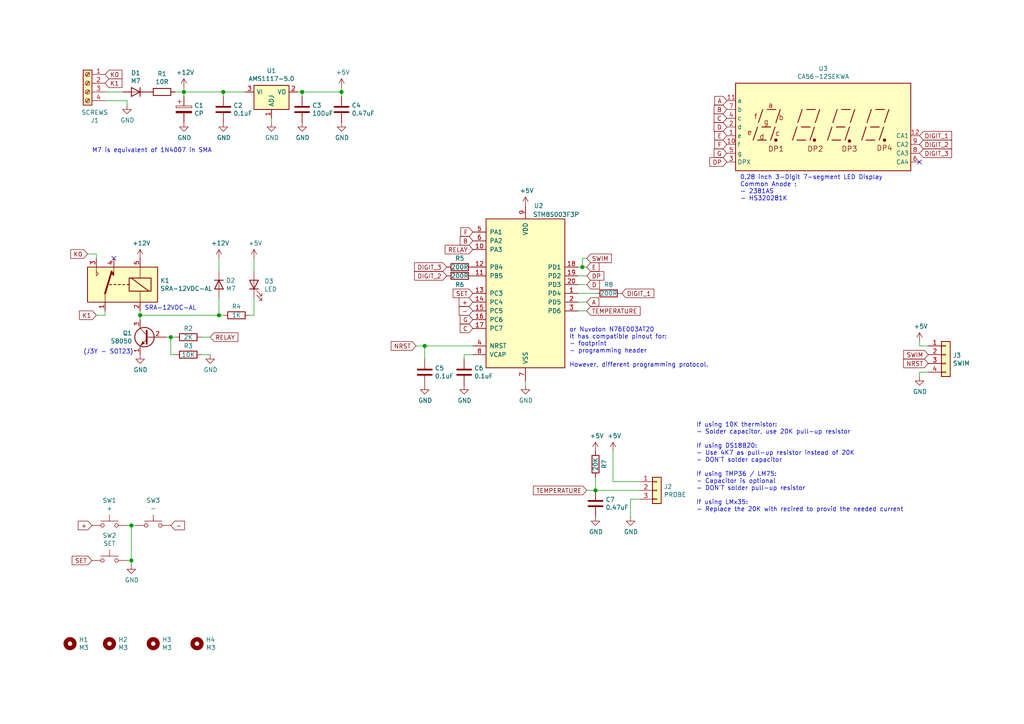
<source format=kicad_sch>
(kicad_sch (version 20210406) (generator eeschema)
  (paper "A4")
  (lib_symbols
    (symbol "Connector:Screw_Terminal_01x04" (pin_names (offset 1.016) hide)
      (property "Reference" "J" (at 0 5.08 0))
      (property "Value" "Screw_Terminal_01x04" (at 0 -7.62 0))
      (symbol "Screw_Terminal_01x04_1_1"
        (circle (center 0 -5.08) (radius 0.635) (stroke (width 0.1524)))
        (circle (center 0 -2.54) (radius 0.635) (stroke (width 0.1524)))
        (circle (center 0 0) (radius 0.635) (stroke (width 0.1524)))
        (circle (center 0 2.54) (radius 0.635) (stroke (width 0.1524)))
        (rectangle (start -1.27 3.81) (end 1.27 -6.35) (stroke (width 0.254)) (fill (type background)))
        (polyline (pts (xy -0.5334 -4.7498) (xy 0.3302 -5.588)) (stroke (width 0.1524)))
        (polyline (pts (xy -0.5334 -2.2098) (xy 0.3302 -3.048)) (stroke (width 0.1524)))
        (polyline (pts (xy -0.5334 0.3302) (xy 0.3302 -0.508)) (stroke (width 0.1524)))
        (polyline (pts (xy -0.5334 2.8702) (xy 0.3302 2.032)) (stroke (width 0.1524)))
        (polyline (pts (xy -0.3556 -4.572) (xy 0.508 -5.4102)) (stroke (width 0.1524)))
        (polyline (pts (xy -0.3556 -2.032) (xy 0.508 -2.8702)) (stroke (width 0.1524)))
        (polyline (pts (xy -0.3556 0.508) (xy 0.508 -0.3302)) (stroke (width 0.1524)))
        (polyline (pts (xy -0.3556 3.048) (xy 0.508 2.2098)) (stroke (width 0.1524)))
        (pin passive line (at -5.08 2.54 0) (length 3.81) (name "Pin_1") (number "1"))
        (pin passive line (at -5.08 0 0) (length 3.81) (name "Pin_2") (number "2"))
        (pin passive line (at -5.08 -2.54 0) (length 3.81) (name "Pin_3") (number "3"))
        (pin passive line (at -5.08 -5.08 0) (length 3.81) (name "Pin_4") (number "4"))
      )
    )
    (symbol "Connector_Generic:Conn_01x03" (pin_names (offset 1.016) hide)
      (property "Reference" "J" (at 0 5.08 0))
      (property "Value" "Conn_01x03" (at 0 -5.08 0))
      (symbol "Conn_01x03_1_1"
        (rectangle (start -1.27 -2.413) (end 0 -2.667) (stroke (width 0.1524)))
        (rectangle (start -1.27 0.127) (end 0 -0.127) (stroke (width 0.1524)))
        (rectangle (start -1.27 2.667) (end 0 2.413) (stroke (width 0.1524)))
        (rectangle (start -1.27 3.81) (end 1.27 -3.81) (stroke (width 0.254)) (fill (type background)))
        (pin passive line (at -5.08 2.54 0) (length 3.81) (name "Pin_1") (number "1"))
        (pin passive line (at -5.08 0 0) (length 3.81) (name "Pin_2") (number "2"))
        (pin passive line (at -5.08 -2.54 0) (length 3.81) (name "Pin_3") (number "3"))
      )
    )
    (symbol "Connector_Generic:Conn_01x04" (pin_names (offset 1.016) hide)
      (property "Reference" "J" (at 0 5.08 0))
      (property "Value" "Conn_01x04" (at 0 -7.62 0))
      (symbol "Conn_01x04_1_1"
        (rectangle (start -1.27 -4.953) (end 0 -5.207) (stroke (width 0.1524)))
        (rectangle (start -1.27 -2.413) (end 0 -2.667) (stroke (width 0.1524)))
        (rectangle (start -1.27 0.127) (end 0 -0.127) (stroke (width 0.1524)))
        (rectangle (start -1.27 2.667) (end 0 2.413) (stroke (width 0.1524)))
        (rectangle (start -1.27 3.81) (end 1.27 -6.35) (stroke (width 0.254)) (fill (type background)))
        (pin passive line (at -5.08 2.54 0) (length 3.81) (name "Pin_1") (number "1"))
        (pin passive line (at -5.08 0 0) (length 3.81) (name "Pin_2") (number "2"))
        (pin passive line (at -5.08 -2.54 0) (length 3.81) (name "Pin_3") (number "3"))
        (pin passive line (at -5.08 -5.08 0) (length 3.81) (name "Pin_4") (number "4"))
      )
    )
    (symbol "Device:C" (pin_numbers hide) (pin_names (offset 0.254))
      (property "Reference" "C" (at 0.635 2.54 0))
      (property "Value" "C" (at 0.635 -2.54 0))
      (symbol "C_0_1"
        (polyline (pts (xy -2.032 -0.762) (xy 2.032 -0.762)) (stroke (width 0.508)))
        (polyline (pts (xy -2.032 0.762) (xy 2.032 0.762)) (stroke (width 0.508)))
      )
      (symbol "C_1_1"
        (pin passive line (at 0 3.81 270) (length 2.794) (name "~") (number "1"))
        (pin passive line (at 0 -3.81 90) (length 2.794) (name "~") (number "2"))
      )
    )
    (symbol "Device:CP" (pin_numbers hide) (pin_names (offset 0.254))
      (property "Reference" "C" (at 0.635 2.54 0))
      (property "Value" "CP" (at 0.635 -2.54 0))
      (symbol "CP_0_1"
        (rectangle (start -2.286 0.508) (end 2.286 1.016))
        (rectangle (start 2.286 -0.508) (end -2.286 -1.016) (fill (type outline)))
        (polyline (pts (xy -1.778 2.286) (xy -0.762 2.286)))
        (polyline (pts (xy -1.27 2.794) (xy -1.27 1.778)))
      )
      (symbol "CP_1_1"
        (pin passive line (at 0 3.81 270) (length 2.794) (name "~") (number "1"))
        (pin passive line (at 0 -3.81 90) (length 2.794) (name "~") (number "2"))
      )
    )
    (symbol "Device:LED" (pin_numbers hide) (pin_names (offset 1.016) hide)
      (property "Reference" "D" (at 0 2.54 0))
      (property "Value" "LED" (at 0 -2.54 0))
      (symbol "LED_0_1"
        (polyline (pts (xy -1.27 -1.27) (xy -1.27 1.27)) (stroke (width 0.254)))
        (polyline (pts (xy -1.27 0) (xy 1.27 0)))
        (polyline (pts (xy 1.27 -1.27) (xy 1.27 1.27) (xy -1.27 0) (xy 1.27 -1.27)) (stroke (width 0.254)))
        (polyline (pts (xy -3.048 -0.762) (xy -4.572 -2.286) (xy -3.81 -2.286) (xy -4.572 -2.286) (xy -4.572 -1.524)))
        (polyline (pts (xy -1.778 -0.762) (xy -3.302 -2.286) (xy -2.54 -2.286) (xy -3.302 -2.286) (xy -3.302 -1.524)))
      )
      (symbol "LED_1_1"
        (pin passive line (at -3.81 0 0) (length 2.54) (name "K") (number "1"))
        (pin passive line (at 3.81 0 180) (length 2.54) (name "A") (number "2"))
      )
    )
    (symbol "Device:R" (pin_numbers hide) (pin_names (offset 0))
      (property "Reference" "R" (at 2.032 0 90))
      (property "Value" "R" (at 0 0 90))
      (symbol "R_0_1"
        (rectangle (start -1.016 -2.54) (end 1.016 2.54) (stroke (width 0.254)))
      )
      (symbol "R_1_1"
        (pin passive line (at 0 3.81 270) (length 1.27) (name "~") (number "1"))
        (pin passive line (at 0 -3.81 90) (length 1.27) (name "~") (number "2"))
      )
    )
    (symbol "Diode:1N4007" (pin_numbers hide) (pin_names (offset 1.016) hide)
      (property "Reference" "D" (at 0 2.54 0))
      (property "Value" "1N4007" (at 0 -2.54 0))
      (symbol "1N4007_0_1"
        (polyline (pts (xy -1.27 1.27) (xy -1.27 -1.27)) (stroke (width 0.254)))
        (polyline (pts (xy 1.27 0) (xy -1.27 0)))
        (polyline (pts (xy 1.27 1.27) (xy 1.27 -1.27) (xy -1.27 0) (xy 1.27 1.27)) (stroke (width 0.254)))
      )
      (symbol "1N4007_1_1"
        (pin passive line (at -3.81 0 0) (length 2.54) (name "K") (number "1"))
        (pin passive line (at 3.81 0 180) (length 2.54) (name "A") (number "2"))
      )
    )
    (symbol "Display_Character:CA56-12SEKWA"
      (property "Reference" "U" (at -24.13 13.97 0))
      (property "Value" "CA56-12SEKWA" (at 17.78 13.97 0))
      (symbol "CA56-12SEKWA_0_0"
        (text "a" (at -15.24 6.35 0) (effects (font (size 1.524 1.524))))
        (text "b" (at -12.192 2.794 0) (effects (font (size 1.524 1.524))))
        (text "c" (at -13.208 -1.778 0) (effects (font (size 1.524 1.524))))
        (text "d" (at -17.78 -2.794 0) (effects (font (size 1.524 1.524))))
        (text "DP1" (at -13.716 -6.35 0) (effects (font (size 1.524 1.524))))
        (text "DP2" (at -2.286 -6.35 0) (effects (font (size 1.524 1.524))))
        (text "DP3" (at 7.62 -6.35 0) (effects (font (size 1.524 1.524))))
        (text "DP4" (at 17.78 -6.096 0) (effects (font (size 1.524 1.524))))
        (text "e" (at -21.336 -1.524 0) (effects (font (size 1.524 1.524))))
        (text "f" (at -19.558 3.048 0) (effects (font (size 1.524 1.524))))
        (text "g" (at -16.51 1.524 0) (effects (font (size 1.524 1.524))))
        (rectangle (start -25.4 12.7) (end 25.4 -12.7) (stroke (width 0.254)) (fill (type background)))
        (polyline (pts (xy -20.32 -3.81) (xy -19.05 0)) (stroke (width 0.254)))
        (polyline (pts (xy -19.05 -3.81) (xy -16.51 -3.81)) (stroke (width 0.254)))
        (polyline (pts (xy -18.796 1.27) (xy -17.526 5.08)) (stroke (width 0.254)))
        (polyline (pts (xy -17.78 0) (xy -15.24 0)) (stroke (width 0.254)))
        (polyline (pts (xy -16.256 5.08) (xy -13.716 5.08)) (stroke (width 0.254)))
        (polyline (pts (xy -15.24 -3.81) (xy -13.97 0)) (stroke (width 0.254)))
        (polyline (pts (xy -13.716 1.27) (xy -12.446 5.08)) (stroke (width 0.254)))
        (polyline (pts (xy -8.89 -3.81) (xy -7.62 0)) (stroke (width 0.254)))
        (polyline (pts (xy -7.62 -3.81) (xy -5.08 -3.81)) (stroke (width 0.254)))
        (polyline (pts (xy -7.366 1.27) (xy -6.096 5.08)) (stroke (width 0.254)))
        (polyline (pts (xy -6.35 0) (xy -3.81 0)) (stroke (width 0.254)))
        (polyline (pts (xy -4.826 5.08) (xy -2.286 5.08)) (stroke (width 0.254)))
        (polyline (pts (xy -3.81 -3.81) (xy -2.54 0)) (stroke (width 0.254)))
        (polyline (pts (xy -2.286 1.27) (xy -1.016 5.08)) (stroke (width 0.254)))
        (polyline (pts (xy 1.27 -3.81) (xy 2.54 0)) (stroke (width 0.254)))
        (polyline (pts (xy 2.54 -3.81) (xy 5.08 -3.81)) (stroke (width 0.254)))
        (polyline (pts (xy 2.794 1.27) (xy 4.064 5.08)) (stroke (width 0.254)))
        (polyline (pts (xy 3.81 0) (xy 6.35 0)) (stroke (width 0.254)))
        (polyline (pts (xy 5.334 5.08) (xy 7.874 5.08)) (stroke (width 0.254)))
        (polyline (pts (xy 6.35 -3.81) (xy 7.62 0)) (stroke (width 0.254)))
        (polyline (pts (xy 7.874 1.27) (xy 9.144 5.08)) (stroke (width 0.254)))
        (polyline (pts (xy 11.176 -3.81) (xy 12.446 0)) (stroke (width 0.254)))
        (polyline (pts (xy 12.446 -3.81) (xy 14.986 -3.81)) (stroke (width 0.254)))
        (polyline (pts (xy 12.7 1.27) (xy 13.97 5.08)) (stroke (width 0.254)))
        (polyline (pts (xy 13.716 0) (xy 16.256 0)) (stroke (width 0.254)))
        (polyline (pts (xy 15.24 5.08) (xy 17.78 5.08)) (stroke (width 0.254)))
        (polyline (pts (xy 16.256 -3.81) (xy 17.526 0)) (stroke (width 0.254)))
        (polyline (pts (xy 17.78 1.27) (xy 19.05 5.08)) (stroke (width 0.254)))
      )
      (symbol "CA56-12SEKWA_0_1"
        (circle (center -13.716 -3.81) (radius 0.3556) (stroke (width 0.254)) (fill (type outline)))
        (circle (center -2.54 -3.81) (radius 0.3556) (stroke (width 0.254)) (fill (type outline)))
      )
      (symbol "CA56-12SEKWA_1_0"
        (circle (center 7.62 -4.064) (radius 0.3556) (stroke (width 0.254)) (fill (type outline)))
        (circle (center 17.78 -3.81) (radius 0.3556) (stroke (width 0.254)) (fill (type outline)))
      )
      (symbol "CA56-12SEKWA_1_1"
        (pin input line (at -27.94 -2.54 0) (length 2.54) (name "e") (number "1"))
        (pin input line (at -27.94 -5.08 0) (length 2.54) (name "f") (number "10"))
        (pin input line (at -27.94 7.62 0) (length 2.54) (name "a") (number "11"))
        (pin input line (at 27.94 -2.54 180) (length 2.54) (name "CA1") (number "12"))
        (pin input line (at -27.94 0 0) (length 2.54) (name "d") (number "2"))
        (pin input line (at -27.94 -10.16 0) (length 2.54) (name "DPX") (number "3"))
        (pin input line (at -27.94 2.54 0) (length 2.54) (name "c") (number "4"))
        (pin input line (at -27.94 -7.62 0) (length 2.54) (name "g") (number "5"))
        (pin input line (at 27.94 -10.16 180) (length 2.54) (name "CA4") (number "6"))
        (pin input line (at -27.94 5.08 0) (length 2.54) (name "b") (number "7"))
        (pin input line (at 27.94 -7.62 180) (length 2.54) (name "CA3") (number "8"))
        (pin input line (at 27.94 -5.08 180) (length 2.54) (name "CA2") (number "9"))
      )
    )
    (symbol "MCU_ST_STM8:STM8S003F3P" (pin_names (offset 1.016))
      (property "Reference" "U" (at 1.27 25.4 0))
      (property "Value" "STM8S003F3P" (at 1.27 22.86 0))
      (symbol "STM8S003F3P_0_1"
        (rectangle (start -11.43 21.59) (end 11.43 -21.59) (stroke (width 0.254)) (fill (type background)))
      )
      (symbol "STM8S003F3P_1_1"
        (pin bidirectional line (at 15.24 0 180) (length 3.81) (name "PD4") (number "1"))
        (pin bidirectional line (at -15.24 12.7 0) (length 3.81) (name "PA3") (number "10"))
        (pin bidirectional line (at -15.24 5.08 0) (length 3.81) (name "PB5") (number "11"))
        (pin bidirectional line (at -15.24 7.62 0) (length 3.81) (name "PB4") (number "12"))
        (pin bidirectional line (at -15.24 0 0) (length 3.81) (name "PC3") (number "13"))
        (pin bidirectional line (at -15.24 -2.54 0) (length 3.81) (name "PC4") (number "14"))
        (pin bidirectional line (at -15.24 -5.08 0) (length 3.81) (name "PC5") (number "15"))
        (pin bidirectional line (at -15.24 -7.62 0) (length 3.81) (name "PC6") (number "16"))
        (pin bidirectional line (at -15.24 -10.16 0) (length 3.81) (name "PC7") (number "17"))
        (pin bidirectional line (at 15.24 7.62 180) (length 3.81) (name "PD1") (number "18"))
        (pin bidirectional line (at 15.24 5.08 180) (length 3.81) (name "PD2") (number "19"))
        (pin bidirectional line (at 15.24 -2.54 180) (length 3.81) (name "PD5") (number "2"))
        (pin bidirectional line (at 15.24 2.54 180) (length 3.81) (name "PD3") (number "20"))
        (pin bidirectional line (at 15.24 -5.08 180) (length 3.81) (name "PD6") (number "3"))
        (pin input line (at -15.24 -15.24 0) (length 3.81) (name "NRST") (number "4"))
        (pin bidirectional line (at -15.24 17.78 0) (length 3.81) (name "PA1") (number "5"))
        (pin bidirectional line (at -15.24 15.24 0) (length 3.81) (name "PA2") (number "6"))
        (pin power_in line (at 0 -25.4 90) (length 3.81) (name "VSS") (number "7"))
        (pin passive line (at -15.24 -17.78 0) (length 3.81) (name "VCAP") (number "8"))
        (pin power_in line (at 0 25.4 270) (length 3.81) (name "VDD") (number "9"))
      )
    )
    (symbol "Mechanical:MountingHole" (pin_names (offset 1.016))
      (property "Reference" "H" (at 0 5.08 0))
      (property "Value" "MountingHole" (at 0 3.175 0))
      (symbol "MountingHole_0_1"
        (circle (center 0 0) (radius 1.27) (stroke (width 1.27)))
      )
    )
    (symbol "Regulator_Linear:AMS1117" (pin_names (offset 0.762))
      (property "Reference" "U" (at -3.81 3.175 0))
      (property "Value" "AMS1117" (at 0 3.175 0))
      (symbol "AMS1117_0_1"
        (rectangle (start -5.08 -5.08) (end 5.08 1.905) (stroke (width 0.254)) (fill (type background)))
      )
      (symbol "AMS1117_1_1"
        (pin input line (at 0 -7.62 90) (length 2.54) (name "ADJ") (number "1"))
        (pin power_out line (at 7.62 0 180) (length 2.54) (name "VO") (number "2"))
        (pin power_in line (at -7.62 0 0) (length 2.54) (name "VI") (number "3"))
      )
    )
    (symbol "Relay:SANYOU_SRD_Form_C"
      (property "Reference" "K" (at 11.43 3.81 0))
      (property "Value" "SANYOU_SRD_Form_C" (at 11.43 1.27 0))
      (symbol "SANYOU_SRD_Form_C_0_0"
        (polyline (pts (xy 7.62 5.08) (xy 7.62 2.54) (xy 6.985 3.175) (xy 7.62 3.81)))
      )
      (symbol "SANYOU_SRD_Form_C_0_1"
        (rectangle (start -8.255 1.905) (end -1.905 -1.905) (stroke (width 0.254)))
        (rectangle (start -10.16 5.08) (end 10.16 -5.08) (stroke (width 0.254)) (fill (type background)))
        (polyline (pts (xy -7.62 -1.905) (xy -2.54 1.905)) (stroke (width 0.254)))
        (polyline (pts (xy -5.08 -5.08) (xy -5.08 -1.905)))
        (polyline (pts (xy -5.08 5.08) (xy -5.08 1.905)))
        (polyline (pts (xy -1.905 0) (xy -1.27 0)) (stroke (width 0.254)))
        (polyline (pts (xy -0.635 0) (xy 0 0)) (stroke (width 0.254)))
        (polyline (pts (xy 0.635 0) (xy 1.27 0)) (stroke (width 0.254)))
        (polyline (pts (xy 1.905 0) (xy 2.54 0)) (stroke (width 0.254)))
        (polyline (pts (xy 3.175 0) (xy 3.81 0)) (stroke (width 0.254)))
        (polyline (pts (xy 5.08 -2.54) (xy 3.175 3.81)) (stroke (width 0.508)))
        (polyline (pts (xy 5.08 -2.54) (xy 5.08 -5.08)))
      )
      (symbol "SANYOU_SRD_Form_C_1_1"
        (polyline (pts (xy 2.54 3.81) (xy 3.175 3.175) (xy 2.54 2.54) (xy 2.54 5.08)) (fill (type outline)))
        (pin passive line (at 5.08 -7.62 90) (length 2.54) (name "~") (number "1"))
        (pin passive line (at -5.08 -7.62 90) (length 2.54) (name "~") (number "2"))
        (pin passive line (at 7.62 7.62 270) (length 2.54) (name "~") (number "3"))
        (pin passive line (at 2.54 7.62 270) (length 2.54) (name "~") (number "4"))
        (pin passive line (at -5.08 7.62 270) (length 2.54) (name "~") (number "5"))
      )
    )
    (symbol "Switch:SW_Push" (pin_numbers hide) (pin_names (offset 1.016) hide)
      (property "Reference" "SW" (at 1.27 2.54 0))
      (property "Value" "SW_Push" (at 0 -1.524 0))
      (symbol "SW_Push_0_1"
        (circle (center -2.032 0) (radius 0.508))
        (circle (center 2.032 0) (radius 0.508))
        (polyline (pts (xy 0 1.27) (xy 0 3.048)))
        (polyline (pts (xy 2.54 1.27) (xy -2.54 1.27)))
        (pin passive line (at -5.08 0 0) (length 2.54) (name "1") (number "1"))
        (pin passive line (at 5.08 0 180) (length 2.54) (name "2") (number "2"))
      )
    )
    (symbol "Transistor_BJT:S8050" (pin_names (offset 0) hide)
      (property "Reference" "Q" (at 5.08 1.905 0))
      (property "Value" "S8050" (at 5.08 0 0))
      (symbol "S8050_0_1"
        (circle (center 1.27 0) (radius 2.8194) (stroke (width 0.254)))
        (polyline (pts (xy 0 0) (xy 0.635 0)))
        (polyline (pts (xy 0.635 0.635) (xy 2.54 2.54)))
        (polyline (pts (xy 0.635 -0.635) (xy 2.54 -2.54) (xy 2.54 -2.54)))
        (polyline (pts (xy 0.635 1.905) (xy 0.635 -1.905) (xy 0.635 -1.905)) (stroke (width 0.508)))
        (polyline (pts (xy 1.27 -1.778) (xy 1.778 -1.27) (xy 2.286 -2.286) (xy 1.27 -1.778) (xy 1.27 -1.778)) (fill (type outline)))
      )
      (symbol "S8050_1_1"
        (pin passive line (at 2.54 -5.08 90) (length 2.54) (name "E") (number "1"))
        (pin input line (at -5.08 0 0) (length 5.08) (name "B") (number "2"))
        (pin passive line (at 2.54 5.08 270) (length 2.54) (name "C") (number "3"))
      )
    )
    (symbol "power:+12V" (power) (pin_names (offset 0))
      (property "Value" "+12V" (at 0 3.556 0))
      (symbol "+12V_0_1"
        (polyline (pts (xy -0.762 1.27) (xy 0 2.54)))
        (polyline (pts (xy 0 0) (xy 0 2.54)))
        (polyline (pts (xy 0 2.54) (xy 0.762 1.27)))
      )
      (symbol "+12V_1_1"
        (pin power_in line (at 0 0 90) (length 0) hide (name "+12V") (number "1"))
      )
    )
    (symbol "power:+5V" (power) (pin_names (offset 0))
      (property "Value" "+5V" (at 0 3.556 0))
      (symbol "+5V_0_1"
        (polyline (pts (xy -0.762 1.27) (xy 0 2.54)))
        (polyline (pts (xy 0 0) (xy 0 2.54)))
        (polyline (pts (xy 0 2.54) (xy 0.762 1.27)))
      )
      (symbol "+5V_1_1"
        (pin power_in line (at 0 0 90) (length 0) hide (name "+5V") (number "1"))
      )
    )
    (symbol "power:GND" (power) (pin_names (offset 0))
      (property "Value" "GND" (at 0 -3.81 0))
      (symbol "GND_0_1"
        (polyline (pts (xy 0 0) (xy 0 -1.27) (xy 1.27 -1.27) (xy 0 -2.54) (xy -1.27 -1.27) (xy 0 -1.27)))
      )
      (symbol "GND_1_1"
        (pin power_in line (at 0 0 270) (length 0) hide (name "GND") (number "1"))
      )
    )
  )
  (junction (at 38.1 152.4) (diameter 1.016))
  (junction (at 38.1 162.56) (diameter 1.016))
  (junction (at 40.64 91.44) (diameter 1.016))
  (junction (at 49.53 97.79) (diameter 1.016))
  (junction (at 53.34 26.67) (diameter 1.016))
  (junction (at 63.5 91.44) (diameter 1.016))
  (junction (at 64.77 26.67) (diameter 1.016))
  (junction (at 87.63 26.67) (diameter 1.016))
  (junction (at 99.06 26.67) (diameter 1.016))
  (junction (at 123.19 100.33) (diameter 1.016))
  (junction (at 168.91 77.47) (diameter 1.016))
  (junction (at 172.72 142.24) (diameter 1.016))
  (no_connect (at 33.02 74.93))
  (no_connect (at 266.7 46.99))
  (wire (pts (xy 25.4 73.66) (xy 27.94 73.66)))
  (wire (pts (xy 27.94 73.66) (xy 27.94 74.93)))
  (wire (pts (xy 27.94 91.44) (xy 30.48 91.44)))
  (wire (pts (xy 30.48 26.67) (xy 35.56 26.67)))
  (wire (pts (xy 30.48 29.21) (xy 36.83 29.21)))
  (wire (pts (xy 30.48 91.44) (xy 30.48 90.17)))
  (wire (pts (xy 36.83 29.21) (xy 36.83 30.48)))
  (wire (pts (xy 36.83 152.4) (xy 38.1 152.4)))
  (wire (pts (xy 36.83 162.56) (xy 38.1 162.56)))
  (wire (pts (xy 38.1 152.4) (xy 38.1 162.56)))
  (wire (pts (xy 38.1 162.56) (xy 38.1 163.83)))
  (wire (pts (xy 39.37 152.4) (xy 38.1 152.4)))
  (wire (pts (xy 40.64 90.17) (xy 40.64 91.44)))
  (wire (pts (xy 40.64 91.44) (xy 40.64 92.71)))
  (wire (pts (xy 40.64 91.44) (xy 63.5 91.44)))
  (wire (pts (xy 49.53 97.79) (xy 48.26 97.79)))
  (wire (pts (xy 49.53 97.79) (xy 50.8 97.79)))
  (wire (pts (xy 49.53 102.87) (xy 49.53 97.79)))
  (wire (pts (xy 50.8 26.67) (xy 53.34 26.67)))
  (wire (pts (xy 50.8 102.87) (xy 49.53 102.87)))
  (wire (pts (xy 53.34 25.4) (xy 53.34 26.67)))
  (wire (pts (xy 53.34 26.67) (xy 53.34 27.94)))
  (wire (pts (xy 53.34 26.67) (xy 64.77 26.67)))
  (wire (pts (xy 58.42 97.79) (xy 60.96 97.79)))
  (wire (pts (xy 58.42 102.87) (xy 60.96 102.87)))
  (wire (pts (xy 63.5 74.93) (xy 63.5 78.74)))
  (wire (pts (xy 63.5 86.36) (xy 63.5 91.44)))
  (wire (pts (xy 64.77 26.67) (xy 64.77 27.94)))
  (wire (pts (xy 64.77 26.67) (xy 71.12 26.67)))
  (wire (pts (xy 64.77 91.44) (xy 63.5 91.44)))
  (wire (pts (xy 73.66 78.74) (xy 73.66 74.93)))
  (wire (pts (xy 73.66 91.44) (xy 72.39 91.44)))
  (wire (pts (xy 73.66 91.44) (xy 73.66 86.36)))
  (wire (pts (xy 78.74 34.29) (xy 78.74 35.56)))
  (wire (pts (xy 86.36 26.67) (xy 87.63 26.67)))
  (wire (pts (xy 87.63 26.67) (xy 99.06 26.67)))
  (wire (pts (xy 87.63 27.94) (xy 87.63 26.67)))
  (wire (pts (xy 99.06 25.4) (xy 99.06 26.67)))
  (wire (pts (xy 99.06 26.67) (xy 99.06 27.94)))
  (wire (pts (xy 120.65 100.33) (xy 123.19 100.33)))
  (wire (pts (xy 123.19 100.33) (xy 137.16 100.33)))
  (wire (pts (xy 123.19 104.14) (xy 123.19 100.33)))
  (wire (pts (xy 134.62 102.87) (xy 134.62 104.14)))
  (wire (pts (xy 137.16 102.87) (xy 134.62 102.87)))
  (wire (pts (xy 152.4 110.49) (xy 152.4 111.76)))
  (wire (pts (xy 167.64 77.47) (xy 168.91 77.47)))
  (wire (pts (xy 168.91 74.93) (xy 170.18 74.93)))
  (wire (pts (xy 168.91 77.47) (xy 168.91 74.93)))
  (wire (pts (xy 170.18 77.47) (xy 168.91 77.47)))
  (wire (pts (xy 170.18 80.01) (xy 167.64 80.01)))
  (wire (pts (xy 170.18 82.55) (xy 167.64 82.55)))
  (wire (pts (xy 170.18 87.63) (xy 167.64 87.63)))
  (wire (pts (xy 170.18 90.17) (xy 167.64 90.17)))
  (wire (pts (xy 170.18 142.24) (xy 172.72 142.24)))
  (wire (pts (xy 172.72 85.09) (xy 167.64 85.09)))
  (wire (pts (xy 172.72 138.43) (xy 172.72 142.24)))
  (wire (pts (xy 172.72 142.24) (xy 185.42 142.24)))
  (wire (pts (xy 177.8 130.81) (xy 177.8 139.7)))
  (wire (pts (xy 177.8 139.7) (xy 185.42 139.7)))
  (wire (pts (xy 182.88 144.78) (xy 182.88 149.86)))
  (wire (pts (xy 185.42 144.78) (xy 182.88 144.78)))
  (wire (pts (xy 266.7 100.33) (xy 266.7 99.06)))
  (wire (pts (xy 266.7 100.33) (xy 269.24 100.33)))
  (wire (pts (xy 266.7 107.95) (xy 266.7 109.22)))
  (wire (pts (xy 266.7 107.95) (xy 269.24 107.95)))
  (text "(J3Y - SOT23)" (at 24.13 102.87 0) (effects (font (size 1.27 1.27)) (justify left bottom)))
  (text "M7 is equivalent of 1N4007 in SMA" (at 26.67 44.45 0) (effects (font (size 1.27 1.27)) (justify left bottom)))
  (text "SRA-12VDC-AL" (at 41.91 90.17 0) (effects (font (size 1.27 1.27)) (justify left bottom)))
  (text "or Nuvoton N76E003AT20\nIt has compatible pinout for:\n- footprint\n- programming header\n\nHowever, different programming protocol." (at 165.1 106.68 0) (effects (font (size 1.27 1.27)) (justify left bottom)))
  (text "If using 10K thermistor:\n- Solder capacitor, use 20K pull-up resistor \n\nIf using DS18B20:\n- Use 4K7 as pull-up resistor instead of 20K\n- DON'T solder capacitor\n\nIf using TMP36 / LM75:\n- Capacitor is optional\n- DON'T solder pull-up resistor\n\nIf using LMx35:\n- Replace the 20K with recired to provid the needed current" (at 201.93 148.59 0) (effects (font (size 1.27 1.27)) (justify left bottom)))
  (text "0.28 inch 3-Digit 7-segment LED Display\nCommon Anode :\n- 2381AS\n- HS320281K" (at 214.63 58.42 0) (effects (font (size 1.27 1.27)) (justify left bottom)))
  (global_label "K0" (shape input) (at 25.4 73.66 180) (property "Intersheet References" "${INTERSHEET_REFS}" (effects hide)))
  (global_label "+" (shape input) (at 26.67 152.4 180) (property "Intersheet References" "${INTERSHEET_REFS}" (effects hide)))
  (global_label "SET" (shape input) (at 26.67 162.56 180) (property "Intersheet References" "${INTERSHEET_REFS}" (effects hide)))
  (global_label "K1" (shape input) (at 27.94 91.44 180) (property "Intersheet References" "${INTERSHEET_REFS}" (effects hide)))
  (global_label "K0" (shape input) (at 30.48 21.59 0) (property "Intersheet References" "${INTERSHEET_REFS}" (effects hide)))
  (global_label "K1" (shape input) (at 30.48 24.13 0) (property "Intersheet References" "${INTERSHEET_REFS}" (effects hide)))
  (global_label "-" (shape input) (at 49.53 152.4 0) (property "Intersheet References" "${INTERSHEET_REFS}" (effects hide)))
  (global_label "RELAY" (shape input) (at 60.96 97.79 0) (property "Intersheet References" "${INTERSHEET_REFS}" (effects hide)))
  (global_label "NRST" (shape input) (at 120.65 100.33 180) (property "Intersheet References" "${INTERSHEET_REFS}" (effects hide)))
  (global_label "DIGIT_3" (shape input) (at 129.54 77.47 180) (property "Intersheet References" "${INTERSHEET_REFS}" (effects hide)))
  (global_label "DIGIT_2" (shape input) (at 129.54 80.01 180) (property "Intersheet References" "${INTERSHEET_REFS}" (effects hide)))
  (global_label "F" (shape input) (at 137.16 67.31 180) (property "Intersheet References" "${INTERSHEET_REFS}" (effects hide)))
  (global_label "B" (shape input) (at 137.16 69.85 180) (property "Intersheet References" "${INTERSHEET_REFS}" (effects hide)))
  (global_label "RELAY" (shape input) (at 137.16 72.39 180) (property "Intersheet References" "${INTERSHEET_REFS}" (effects hide)))
  (global_label "SET" (shape input) (at 137.16 85.09 180) (property "Intersheet References" "${INTERSHEET_REFS}" (effects hide)))
  (global_label "+" (shape input) (at 137.16 87.63 180) (property "Intersheet References" "${INTERSHEET_REFS}" (effects hide)))
  (global_label "-" (shape input) (at 137.16 90.17 180) (property "Intersheet References" "${INTERSHEET_REFS}" (effects hide)))
  (global_label "G" (shape input) (at 137.16 92.71 180) (property "Intersheet References" "${INTERSHEET_REFS}" (effects hide)))
  (global_label "C" (shape input) (at 137.16 95.25 180) (property "Intersheet References" "${INTERSHEET_REFS}" (effects hide)))
  (global_label "SWIM" (shape input) (at 170.18 74.93 0) (property "Intersheet References" "${INTERSHEET_REFS}" (effects hide)))
  (global_label "E" (shape input) (at 170.18 77.47 0) (property "Intersheet References" "${INTERSHEET_REFS}" (effects hide)))
  (global_label "DP" (shape input) (at 170.18 80.01 0) (property "Intersheet References" "${INTERSHEET_REFS}" (effects hide)))
  (global_label "D" (shape input) (at 170.18 82.55 0) (property "Intersheet References" "${INTERSHEET_REFS}" (effects hide)))
  (global_label "A" (shape input) (at 170.18 87.63 0) (property "Intersheet References" "${INTERSHEET_REFS}" (effects hide)))
  (global_label "TEMPERATURE" (shape input) (at 170.18 90.17 0) (property "Intersheet References" "${INTERSHEET_REFS}" (effects hide)))
  (global_label "TEMPERATURE" (shape input) (at 170.18 142.24 180) (property "Intersheet References" "${INTERSHEET_REFS}" (effects hide)))
  (global_label "DIGIT_1" (shape input) (at 180.34 85.09 0) (property "Intersheet References" "${INTERSHEET_REFS}" (effects hide)))
  (global_label "A" (shape input) (at 210.82 29.21 180) (property "Intersheet References" "${INTERSHEET_REFS}" (effects hide)))
  (global_label "B" (shape input) (at 210.82 31.75 180) (property "Intersheet References" "${INTERSHEET_REFS}" (effects hide)))
  (global_label "C" (shape input) (at 210.82 34.29 180) (property "Intersheet References" "${INTERSHEET_REFS}" (effects hide)))
  (global_label "D" (shape input) (at 210.82 36.83 180) (property "Intersheet References" "${INTERSHEET_REFS}" (effects hide)))
  (global_label "E" (shape input) (at 210.82 39.37 180) (property "Intersheet References" "${INTERSHEET_REFS}" (effects hide)))
  (global_label "F" (shape input) (at 210.82 41.91 180) (property "Intersheet References" "${INTERSHEET_REFS}" (effects hide)))
  (global_label "G" (shape input) (at 210.82 44.45 180) (property "Intersheet References" "${INTERSHEET_REFS}" (effects hide)))
  (global_label "DP" (shape input) (at 210.82 46.99 180) (property "Intersheet References" "${INTERSHEET_REFS}" (effects hide)))
  (global_label "DIGIT_1" (shape input) (at 266.7 39.37 0) (property "Intersheet References" "${INTERSHEET_REFS}" (effects hide)))
  (global_label "DIGIT_2" (shape input) (at 266.7 41.91 0) (property "Intersheet References" "${INTERSHEET_REFS}" (effects hide)))
  (global_label "DIGIT_3" (shape input) (at 266.7 44.45 0) (property "Intersheet References" "${INTERSHEET_REFS}" (effects hide)))
  (global_label "SWIM" (shape input) (at 269.24 102.87 180) (property "Intersheet References" "${INTERSHEET_REFS}" (effects hide)))
  (global_label "NRST" (shape input) (at 269.24 105.41 180) (property "Intersheet References" "${INTERSHEET_REFS}" (effects hide)))
  (symbol (lib_id "power:+12V") (at 40.64 74.93 0) (unit 1)
    (property "Reference" "#PWR03" (effects hide))
    (property "Value" "+12V" (at 41.021 70.5358 0))
  )
  (symbol (lib_id "power:+12V") (at 53.34 25.4 0) (unit 1)
    (property "Reference" "#PWR05" (effects hide))
    (property "Value" "+12V" (at 53.721 21.0058 0))
  )
  (symbol (lib_id "power:+12V") (at 63.5 74.93 0) (unit 1)
    (property "Reference" "#PWR08" (effects hide))
    (property "Value" "+12V" (at 63.881 70.5358 0))
  )
  (symbol (lib_id "power:+5V") (at 73.66 74.93 0) (unit 1)
    (property "Reference" "#PWR010" (effects hide))
    (property "Value" "+5V" (at 74.041 70.5358 0))
  )
  (symbol (lib_id "power:+5V") (at 99.06 25.4 0) (unit 1)
    (property "Reference" "#PWR013" (effects hide))
    (property "Value" "+5V" (at 99.441 21.0058 0))
  )
  (symbol (lib_id "power:+5V") (at 152.4 59.69 0) (unit 1)
    (property "Reference" "#PWR017" (effects hide))
    (property "Value" "+5V" (at 152.781 55.2958 0))
  )
  (symbol (lib_id "power:+5V") (at 172.72 130.81 0) (unit 1)
    (property "Reference" "#PWR019" (effects hide))
    (property "Value" "+5V" (at 173.101 126.4158 0))
  )
  (symbol (lib_id "power:+5V") (at 177.8 130.81 0) (unit 1)
    (property "Reference" "#PWR021" (effects hide))
    (property "Value" "+5V" (at 178.181 126.4158 0))
  )
  (symbol (lib_id "power:+5V") (at 266.7 99.06 0) (unit 1)
    (property "Reference" "#PWR023" (effects hide))
    (property "Value" "+5V" (at 267.081 94.6658 0))
  )
  (symbol (lib_id "power:GND") (at 36.83 30.48 0) (unit 1)
    (property "Reference" "#PWR01" (effects hide))
    (property "Value" "GND" (at 36.957 34.8742 0))
  )
  (symbol (lib_id "power:GND") (at 38.1 163.83 0) (unit 1)
    (property "Reference" "#PWR02" (effects hide))
    (property "Value" "GND" (at 38.227 168.2242 0))
  )
  (symbol (lib_id "power:GND") (at 40.64 102.87 0) (unit 1)
    (property "Reference" "#PWR04" (effects hide))
    (property "Value" "GND" (at 40.767 107.2642 0))
  )
  (symbol (lib_id "power:GND") (at 53.34 35.56 0) (unit 1)
    (property "Reference" "#PWR06" (effects hide))
    (property "Value" "GND" (at 53.467 39.9542 0))
  )
  (symbol (lib_id "power:GND") (at 60.96 102.87 0) (unit 1)
    (property "Reference" "#PWR07" (effects hide))
    (property "Value" "GND" (at 61.087 107.2642 0))
  )
  (symbol (lib_id "power:GND") (at 64.77 35.56 0) (unit 1)
    (property "Reference" "#PWR09" (effects hide))
    (property "Value" "GND" (at 64.897 39.9542 0))
  )
  (symbol (lib_id "power:GND") (at 78.74 35.56 0) (unit 1)
    (property "Reference" "#PWR011" (effects hide))
    (property "Value" "GND" (at 78.867 39.9542 0))
  )
  (symbol (lib_id "power:GND") (at 87.63 35.56 0) (unit 1)
    (property "Reference" "#PWR012" (effects hide))
    (property "Value" "GND" (at 87.757 39.9542 0))
  )
  (symbol (lib_id "power:GND") (at 99.06 35.56 0) (unit 1)
    (property "Reference" "#PWR014" (effects hide))
    (property "Value" "GND" (at 99.187 39.9542 0))
  )
  (symbol (lib_id "power:GND") (at 123.19 111.76 0) (unit 1)
    (property "Reference" "#PWR015" (effects hide))
    (property "Value" "GND" (at 123.317 116.1542 0))
  )
  (symbol (lib_id "power:GND") (at 134.62 111.76 0) (unit 1)
    (property "Reference" "#PWR016" (effects hide))
    (property "Value" "GND" (at 134.747 116.1542 0))
  )
  (symbol (lib_id "power:GND") (at 152.4 111.76 0) (unit 1)
    (property "Reference" "#PWR018" (effects hide))
    (property "Value" "GND" (at 152.527 116.1542 0))
  )
  (symbol (lib_id "power:GND") (at 172.72 149.86 0) (unit 1)
    (property "Reference" "#PWR020" (effects hide))
    (property "Value" "GND" (at 172.847 154.2542 0))
  )
  (symbol (lib_id "power:GND") (at 182.88 149.86 0) (unit 1)
    (property "Reference" "#PWR022" (effects hide))
    (property "Value" "GND" (at 183.007 154.2542 0))
  )
  (symbol (lib_id "power:GND") (at 266.7 109.22 0) (unit 1)
    (property "Reference" "#PWR024" (effects hide))
    (property "Value" "GND" (at 266.827 113.6142 0))
  )
  (symbol (lib_id "Mechanical:MountingHole") (at 20.32 186.69 0) (unit 1)
    (property "Reference" "H1" (at 22.86 185.5216 0) (effects (justify left)))
    (property "Value" "M3" (at 22.86 187.833 0) (effects (justify left)))
    (property "Footprint" "MountingHole:MountingHole_3.2mm_M3_ISO14580" (effects hide))
  )
  (symbol (lib_id "Mechanical:MountingHole") (at 31.75 186.69 0) (unit 1)
    (property "Reference" "H2" (at 34.29 185.5216 0) (effects (justify left)))
    (property "Value" "M3" (at 34.29 187.833 0) (effects (justify left)))
    (property "Footprint" "MountingHole:MountingHole_3.2mm_M3_ISO14580" (effects hide))
  )
  (symbol (lib_id "Mechanical:MountingHole") (at 44.45 186.69 0) (unit 1)
    (property "Reference" "H3" (at 46.99 185.5216 0) (effects (justify left)))
    (property "Value" "M3" (at 46.99 187.833 0) (effects (justify left)))
    (property "Footprint" "MountingHole:MountingHole_3.2mm_M3_ISO14580" (effects hide))
  )
  (symbol (lib_id "Mechanical:MountingHole") (at 57.15 186.69 0) (unit 1)
    (property "Reference" "H4" (at 59.69 185.5216 0) (effects (justify left)))
    (property "Value" "M3" (at 59.69 187.833 0) (effects (justify left)))
    (property "Footprint" "MountingHole:MountingHole_3.2mm_M3_ISO14580" (effects hide))
  )
  (symbol (lib_id "Device:R") (at 46.99 26.67 270) (unit 1)
    (property "Reference" "R1" (at 46.99 21.4122 90))
    (property "Value" "10R" (at 46.99 23.7236 90))
    (property "Footprint" "Resistor_SMD:R_0805_2012Metric" (effects hide))
  )
  (symbol (lib_id "Device:R") (at 54.61 97.79 270) (unit 1)
    (property "Reference" "R2" (at 54.61 95.25 90))
    (property "Value" "2K" (at 54.61 97.79 90))
    (property "Footprint" "Resistor_SMD:R_0805_2012Metric" (effects hide))
  )
  (symbol (lib_id "Device:R") (at 54.61 102.87 270) (unit 1)
    (property "Reference" "R3" (at 54.61 100.33 90))
    (property "Value" "10K" (at 54.61 102.87 90))
    (property "Footprint" "Resistor_SMD:R_0805_2012Metric" (effects hide))
  )
  (symbol (lib_id "Device:R") (at 68.58 91.44 270) (unit 1)
    (property "Reference" "R4" (at 68.58 88.9 90))
    (property "Value" "1K" (at 68.58 91.44 90))
    (property "Footprint" "Resistor_SMD:R_0805_2012Metric" (effects hide))
  )
  (symbol (lib_id "Device:R") (at 133.35 77.47 270) (unit 1)
    (property "Reference" "R5" (at 133.35 74.93 90))
    (property "Value" "200R" (at 133.35 77.47 90))
    (property "Footprint" "Resistor_SMD:R_0805_2012Metric" (effects hide))
  )
  (symbol (lib_id "Device:R") (at 133.35 80.01 90) (unit 1)
    (property "Reference" "R6" (at 133.35 82.55 90))
    (property "Value" "200R" (at 133.35 80.01 90))
    (property "Footprint" "Resistor_SMD:R_0805_2012Metric" (effects hide))
  )
  (symbol (lib_id "Device:R") (at 172.72 134.62 0) (unit 1)
    (property "Reference" "R7" (at 175.26 134.62 90))
    (property "Value" "20K" (at 172.72 134.62 90))
    (property "Footprint" "Resistor_SMD:R_0805_2012Metric" (effects hide))
  )
  (symbol (lib_id "Device:R") (at 176.53 85.09 270) (unit 1)
    (property "Reference" "R8" (at 176.53 82.55 90))
    (property "Value" "200R" (at 176.53 85.09 90))
    (property "Footprint" "Resistor_SMD:R_0805_2012Metric" (effects hide))
  )
  (symbol (lib_id "Diode:1N4007") (at 39.37 26.67 180) (unit 1)
    (property "Reference" "D1" (at 39.37 21.1582 0))
    (property "Value" "M7" (at 39.37 23.4696 0))
    (property "Footprint" "Diode_SMD:D_SMA" (effects hide))
    (property "Datasheet" "http://www.vishay.com/docs/88503/1n4001.pdf" (effects hide))
  )
  (symbol (lib_id "Diode:1N4007") (at 63.5 82.55 270) (unit 1)
    (property "Reference" "D2" (at 65.532 81.3816 90) (effects (justify left)))
    (property "Value" "M7" (at 65.532 83.693 90) (effects (justify left)))
    (property "Footprint" "Diode_SMD:D_SMA" (effects hide))
    (property "Datasheet" "http://www.vishay.com/docs/88503/1n4001.pdf" (effects hide))
  )
  (symbol (lib_id "Device:LED") (at 73.66 82.55 90) (unit 1)
    (property "Reference" "D3" (at 76.6572 81.5594 90) (effects (justify right)))
    (property "Value" "LED" (at 76.6572 83.8708 90) (effects (justify right)))
    (property "Footprint" "LED_SMD:LED_0805_2012Metric" (effects hide))
  )
  (symbol (lib_id "Device:CP") (at 53.34 31.75 0) (unit 1)
    (property "Reference" "C1" (at 56.3372 30.5816 0) (effects (justify left)))
    (property "Value" "CP" (at 56.3372 32.893 0) (effects (justify left)))
    (property "Footprint" "Capacitor_THT:CP_Radial_D10.0mm_P2.50mm_P5.00mm" (effects hide))
  )
  (symbol (lib_id "Device:C") (at 64.77 31.75 0) (unit 1)
    (property "Reference" "C2" (at 67.691 30.5816 0) (effects (justify left)))
    (property "Value" "0.1uF" (at 67.691 32.893 0) (effects (justify left)))
    (property "Footprint" "Capacitor_SMD:C_0805_2012Metric" (effects hide))
  )
  (symbol (lib_id "Device:C") (at 87.63 31.75 0) (unit 1)
    (property "Reference" "C3" (at 90.551 30.5816 0) (effects (justify left)))
    (property "Value" "100uF" (at 90.551 32.893 0) (effects (justify left)))
    (property "Footprint" "Capacitor_SMD:C_0805_2012Metric" (effects hide))
  )
  (symbol (lib_id "Device:C") (at 99.06 31.75 0) (unit 1)
    (property "Reference" "C4" (at 101.981 30.5816 0) (effects (justify left)))
    (property "Value" "0.47uF" (at 101.981 32.893 0) (effects (justify left)))
    (property "Footprint" "Capacitor_SMD:C_0805_2012Metric" (effects hide))
  )
  (symbol (lib_id "Device:C") (at 123.19 107.95 0) (unit 1)
    (property "Reference" "C5" (at 126.111 106.7816 0) (effects (justify left)))
    (property "Value" "0.1uF" (at 126.111 109.093 0) (effects (justify left)))
    (property "Footprint" "Capacitor_SMD:C_0805_2012Metric" (effects hide))
  )
  (symbol (lib_id "Device:C") (at 134.62 107.95 0) (unit 1)
    (property "Reference" "C6" (at 137.541 106.7816 0) (effects (justify left)))
    (property "Value" "0.1uF" (at 137.541 109.093 0) (effects (justify left)))
    (property "Footprint" "Capacitor_SMD:C_0805_2012Metric" (effects hide))
  )
  (symbol (lib_id "Device:C") (at 172.72 146.05 0) (unit 1)
    (property "Reference" "C7" (at 175.641 144.8816 0) (effects (justify left)))
    (property "Value" "0.47uF" (at 175.641 147.193 0) (effects (justify left)))
    (property "Footprint" "Capacitor_SMD:C_0805_2012Metric" (effects hide))
  )
  (symbol (lib_id "Switch:SW_Push") (at 31.75 152.4 0) (unit 1)
    (property "Reference" "SW1" (at 31.75 145.161 0))
    (property "Value" "+" (at 31.75 147.4724 0))
    (property "Footprint" "Button_Switch_THT:SW_PUSH_6mm_H5mm" (effects hide))
  )
  (symbol (lib_id "Switch:SW_Push") (at 31.75 162.56 0) (unit 1)
    (property "Reference" "SW2" (at 31.75 155.321 0))
    (property "Value" "SET" (at 31.75 157.6324 0))
    (property "Footprint" "Button_Switch_THT:SW_PUSH_6mm_H5mm" (effects hide))
  )
  (symbol (lib_id "Switch:SW_Push") (at 44.45 152.4 0) (mirror y) (unit 1)
    (property "Reference" "SW3" (at 44.45 145.161 0))
    (property "Value" "-" (at 44.45 147.4724 0))
    (property "Footprint" "Button_Switch_THT:SW_PUSH_6mm_H5mm" (effects hide))
  )
  (symbol (lib_id "Connector_Generic:Conn_01x03") (at 190.5 142.24 0) (unit 1)
    (property "Reference" "J2" (at 192.532 141.1732 0) (effects (justify left)))
    (property "Value" "PROBE" (at 192.532 143.4846 0) (effects (justify left)))
    (property "Footprint" "Connector_PinHeader_2.54mm:PinHeader_1x03_P2.54mm_Vertical" (effects hide))
  )
  (symbol (lib_id "Connector:Screw_Terminal_01x04") (at 25.4 24.13 0) (mirror y) (unit 1)
    (property "Reference" "J1" (at 27.4828 34.925 0))
    (property "Value" "SCREWS" (at 27.4828 32.6136 0))
    (property "Footprint" "TerminalBlock_Phoenix:TerminalBlock_Phoenix_PT-1,5-4-5.0-H_1x04_P5.00mm_Horizontal" (effects hide))
  )
  (symbol (lib_id "Connector_Generic:Conn_01x04") (at 274.32 102.87 0) (unit 1)
    (property "Reference" "J3" (at 276.352 103.0732 0) (effects (justify left)))
    (property "Value" "SWIM" (at 276.352 105.3846 0) (effects (justify left)))
    (property "Footprint" "Connector_PinHeader_2.54mm:PinHeader_1x04_P2.54mm_Vertical" (effects hide))
  )
  (symbol (lib_id "Transistor_BJT:S8050") (at 43.18 97.79 0) (mirror y) (unit 1)
    (property "Reference" "Q1" (at 38.3286 96.6216 0) (effects (justify left)))
    (property "Value" "S8050" (at 38.3286 98.933 0) (effects (justify left)))
    (property "Footprint" "Package_TO_SOT_SMD:SOT-23" (effects hide))
    (property "Datasheet" "http://www.unisonic.com.tw/datasheet/S8050.pdf" (effects hide))
  )
  (symbol (lib_id "Regulator_Linear:AMS1117") (at 78.74 26.67 0) (unit 1)
    (property "Reference" "U1" (at 78.74 20.5232 0))
    (property "Value" "AMS1117-5.0" (at 78.74 22.8346 0))
    (property "Footprint" "Package_TO_SOT_SMD:SOT-223-3_TabPin2" (effects hide))
    (property "Datasheet" "http://www.advanced-monolithic.com/pdf/ds1117.pdf" (effects hide))
  )
  (symbol (lib_id "Relay:SANYOU_SRD_Form_C") (at 35.56 82.55 0) (mirror y) (unit 1)
    (property "Reference" "K1" (at 46.482 81.3816 0) (effects (justify right)))
    (property "Value" "SRA-12VDC-AL" (at 46.482 83.693 0) (effects (justify right)))
    (property "Footprint" "Relay_THT:Relay_SPDT_SANYOU_SRD_Series_Form_C" (effects hide))
    (property "Datasheet" "http://www.sanyourelay.ca/public/products/pdf/SRD.pdf" (effects hide))
  )
  (symbol (lib_id "Display_Character:CA56-12SEKWA") (at 238.76 36.83 0) (unit 1)
    (property "Reference" "U3" (at 238.76 19.8882 0))
    (property "Value" "CA56-12SEKWA" (at 238.76 22.1996 0))
    (property "Footprint" "Display_7Segment:CA56-12SEKWA" (effects hide))
    (property "Datasheet" "http://www.kingbright.com/attachments/file/psearch/000/00/00/CA56-12SEKWA(Ver.7A).pdf" (effects hide))
  )
  (symbol (lib_id "MCU_ST_STM8:STM8S003F3P") (at 152.4 85.09 0) (unit 1)
    (property "Reference" "U2" (at 156.21 59.69 0))
    (property "Value" "STM8S003F3P" (at 161.29 62.23 0))
    (property "Footprint" "Package_SO:TSSOP-20_4.4x6.5mm_P0.65mm" (effects hide))
    (property "Datasheet" "http://www.st.com/st-web-ui/static/active/en/resource/technical/document/datasheet/DM00024550.pdf" (effects hide))
  )
)
</source>
